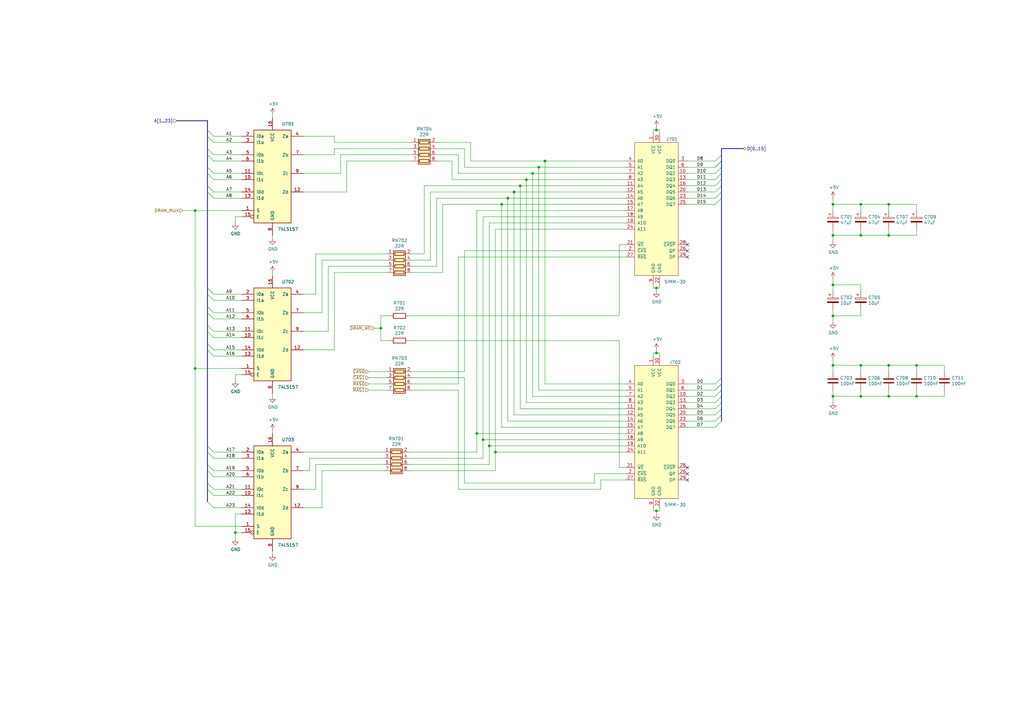
<source format=kicad_sch>
(kicad_sch (version 20231120) (generator "eeschema") (generator_version "8.0")
  (paper "A3")
  (title_block (title "Y Ddraig") (company "Stephen Moody"))
  (lib_symbols
    (symbol "74xx:74LS157" (pin_names (offset 1.016))
      (property "Reference" "U" (at -7.62 19.05 0))
      (property "Value" "74LS157" (at -7.62 -21.59 0))
      (symbol "74LS157_1_0"
        (pin input line (at -12.7 -15.24 0) (length 5.08) (name "S") (number "1"))
        (pin input line (at -12.7 -2.54 0) (length 5.08) (name "I1c") (number "10"))
        (pin input line (at -12.7 0 0) (length 5.08) (name "I0c") (number "11"))
        (pin output line (at 12.7 -7.62 180) (length 5.08) (name "Zd") (number "12"))
        (pin input line (at -12.7 -10.16 0) (length 5.08) (name "I1d") (number "13"))
        (pin input line (at -12.7 -7.62 0) (length 5.08) (name "I0d") (number "14"))
        (pin input inverted (at -12.7 -17.78 0) (length 5.08) (name "E") (number "15"))
        (pin power_in line (at 0 22.86 270) (length 5.08) (name "VCC") (number "16"))
        (pin input line (at -12.7 15.24 0) (length 5.08) (name "I0a") (number "2"))
        (pin input line (at -12.7 12.7 0) (length 5.08) (name "I1a") (number "3"))
        (pin output line (at 12.7 15.24 180) (length 5.08) (name "Za") (number "4"))
        (pin input line (at -12.7 7.62 0) (length 5.08) (name "I0b") (number "5"))
        (pin input line (at -12.7 5.08 0) (length 5.08) (name "I1b") (number "6"))
        (pin output line (at 12.7 7.62 180) (length 5.08) (name "Zb") (number "7"))
        (pin power_in line (at 0 -25.4 90) (length 5.08) (name "GND") (number "8"))
        (pin output line (at 12.7 0 180) (length 5.08) (name "Zc") (number "9"))
      )
      (symbol "74LS157_1_1"
        (rectangle (start -7.62 17.78) (end 7.62 -20.32) (stroke (width 0.254)) (fill (type background)))
      )
    )
    (symbol "Ddraig:RPack04_Alt" (pin_names (offset 0) hide)
      (property "Reference" "RN" (at -7.62 0 90))
      (property "Value" "RPack04_Alt" (at 5.08 0 90))
      (symbol "RPack04_Alt_0_1"
        (rectangle (start -6.35 -2.413) (end 3.81 2.413) (stroke (width 0.254)) (fill (type background)))
        (rectangle (start -5.715 1.905) (end -4.445 -1.905) (stroke (width 0.254)))
        (rectangle (start -3.175 1.905) (end -1.905 -1.905) (stroke (width 0.254)))
        (rectangle (start -0.635 1.905) (end 0.635 -1.905) (stroke (width 0.254)))
        (polyline (pts (xy -5.08 -2.54) (xy -5.08 -1.905)))
        (polyline (pts (xy -5.08 1.905) (xy -5.08 2.54)))
        (polyline (pts (xy -2.54 -2.54) (xy -2.54 -1.905)))
        (polyline (pts (xy -2.54 1.905) (xy -2.54 2.54)))
        (polyline (pts (xy 0 -2.54) (xy 0 -1.905)))
        (polyline (pts (xy 0 1.905) (xy 0 2.54)))
        (polyline (pts (xy 2.54 -2.54) (xy 2.54 -1.905)))
        (polyline (pts (xy 2.54 1.905) (xy 2.54 2.54)))
        (rectangle (start 1.905 1.905) (end 3.175 -1.905) (stroke (width 0.254)))
      )
      (symbol "RPack04_Alt_1_1"
        (pin passive line (at -5.08 -5.08 90) (length 2.54) (name "R1.1") (number "1"))
        (pin passive line (at -5.08 5.08 270) (length 2.54) (name "R1.2") (number "2"))
        (pin passive line (at -2.54 -5.08 90) (length 2.54) (name "R2.1") (number "3"))
        (pin passive line (at -2.54 5.08 270) (length 2.54) (name "R2.2") (number "4"))
        (pin passive line (at 0 -5.08 90) (length 2.54) (name "R3.1") (number "5"))
        (pin passive line (at 0 5.08 270) (length 2.54) (name "R3.2") (number "6"))
        (pin passive line (at 2.54 -5.08 90) (length 2.54) (name "R4.1") (number "7"))
        (pin passive line (at 2.54 5.08 270) (length 2.54) (name "R4.2") (number "8"))
      )
    )
    (symbol "Ddraig:SIMM-30" (pin_names (offset 1.016))
      (property "Reference" "J" (at -26.67 26.67 0))
      (property "Value" "SIMM-30" (at 12.7 -27.94 0))
      (symbol "SIMM-30_0_1"
        (rectangle (start -8.89 27.94) (end 8.89 -26.67) (fill (type background)))
      )
      (symbol "SIMM-30_1_1"
        (pin power_in line (at -1.27 31.75 270) (length 3.81) (name "VCC") (number "1"))
        (pin bidirectional line (at 12.7 15.24 180) (length 3.81) (name "DQ2") (number "10"))
        (pin input line (at -12.7 10.16 0) (length 3.81) (name "A4") (number "11"))
        (pin input line (at -12.7 7.62 0) (length 3.81) (name "A5") (number "12"))
        (pin bidirectional line (at 12.7 12.7 180) (length 3.81) (name "DQ3") (number "13"))
        (pin input line (at -12.7 5.08 0) (length 3.81) (name "A6") (number "14"))
        (pin input line (at -12.7 2.54 0) (length 3.81) (name "A7") (number "15"))
        (pin bidirectional line (at 12.7 10.16 180) (length 3.81) (name "DQ4") (number "16"))
        (pin input line (at -12.7 0 0) (length 3.81) (name "A8") (number "17"))
        (pin input line (at -12.7 -2.54 0) (length 3.81) (name "A9") (number "18"))
        (pin input line (at -12.7 -5.08 0) (length 3.81) (name "A10") (number "19"))
        (pin input line (at -12.7 -16.51 0) (length 3.81) (name "~{CAS}") (number "2"))
        (pin bidirectional line (at 12.7 7.62 180) (length 3.81) (name "DQ5") (number "20"))
        (pin input line (at -12.7 -13.97 0) (length 3.81) (name "~{WE}") (number "21"))
        (pin power_in line (at 1.27 -30.48 90) (length 3.81) (name "GND") (number "22"))
        (pin bidirectional line (at 12.7 5.08 180) (length 3.81) (name "DQ6") (number "23"))
        (pin input line (at -12.7 -7.62 0) (length 3.81) (name "A11") (number "24"))
        (pin bidirectional line (at 12.7 2.54 180) (length 3.81) (name "DQ7") (number "25"))
        (pin output line (at 12.7 -16.51 180) (length 3.81) (name "QP") (number "26"))
        (pin input line (at -12.7 -19.05 0) (length 3.81) (name "~{RAS}") (number "27"))
        (pin input line (at 12.7 -13.97 180) (length 3.81) (name "~{CASP}") (number "28"))
        (pin input line (at 12.7 -19.05 180) (length 3.81) (name "DP") (number "29"))
        (pin bidirectional line (at 12.7 20.32 180) (length 3.81) (name "DQ0") (number "3"))
        (pin power_in line (at 1.27 31.75 270) (length 3.81) (name "VCC") (number "30"))
        (pin input line (at -12.7 20.32 0) (length 3.81) (name "A0") (number "4"))
        (pin input line (at -12.7 17.78 0) (length 3.81) (name "A1") (number "5"))
        (pin bidirectional line (at 12.7 17.78 180) (length 3.81) (name "DQ1") (number "6"))
        (pin input line (at -12.7 15.24 0) (length 3.81) (name "A2") (number "7"))
        (pin input line (at -12.7 12.7 0) (length 3.81) (name "A3") (number "8"))
        (pin power_in line (at -1.27 -30.48 90) (length 3.81) (name "GND") (number "9"))
      )
    )
    (symbol "Device:C" (pin_numbers hide) (pin_names (offset 0.254))
      (property "Reference" "C" (at 0.635 2.54 0))
      (property "Value" "C" (at 0.635 -2.54 0))
      (symbol "C_0_1"
        (polyline (pts (xy -2.032 -0.762) (xy 2.032 -0.762)) (stroke (width 0.508)))
        (polyline (pts (xy -2.032 0.762) (xy 2.032 0.762)) (stroke (width 0.508)))
      )
      (symbol "C_1_1"
        (pin passive line (at 0 3.81 270) (length 2.794) (name "~") (number "1"))
        (pin passive line (at 0 -3.81 90) (length 2.794) (name "~") (number "2"))
      )
    )
    (symbol "Device:C_Polarized" (pin_numbers hide) (pin_names (offset 0.254))
      (property "Reference" "C" (at 0.635 2.54 0))
      (property "Value" "C_Polarized" (at 0.635 -2.54 0))
      (symbol "C_Polarized_0_1"
        (rectangle (start -2.286 0.508) (end 2.286 1.016))
        (polyline (pts (xy -1.778 2.286) (xy -0.762 2.286)))
        (polyline (pts (xy -1.27 2.794) (xy -1.27 1.778)))
        (rectangle (start 2.286 -0.508) (end -2.286 -1.016) (fill (type outline)))
      )
      (symbol "C_Polarized_1_1"
        (pin passive line (at 0 3.81 270) (length 2.794) (name "~") (number "1"))
        (pin passive line (at 0 -3.81 90) (length 2.794) (name "~") (number "2"))
      )
    )
    (symbol "Device:R" (pin_numbers hide) (pin_names (offset 0))
      (property "Reference" "R" (at 2.032 0 90))
      (property "Value" "R" (at 0 0 90))
      (symbol "R_0_1"
        (rectangle (start -1.016 -2.54) (end 1.016 2.54) (stroke (width 0.254)))
      )
      (symbol "R_1_1"
        (pin passive line (at 0 3.81 270) (length 1.27) (name "~") (number "1"))
        (pin passive line (at 0 -3.81 90) (length 1.27) (name "~") (number "2"))
      )
    )
    (symbol "power:+5V" (power) (pin_names (offset 0))
      (property "Value" "+5V" (at 0 3.556 0))
      (symbol "+5V_0_1"
        (polyline (pts (xy -0.762 1.27) (xy 0 2.54)))
        (polyline (pts (xy 0 0) (xy 0 2.54)))
        (polyline (pts (xy 0 2.54) (xy 0.762 1.27)))
      )
      (symbol "+5V_1_1"
        (pin power_in line (at 0 0 90) (length 0) hide (name "+5V") (number "1"))
      )
    )
    (symbol "power:GND" (power) (pin_names (offset 0))
      (property "Value" "GND" (at 0 -3.81 0))
      (symbol "GND_0_1"
        (polyline (pts (xy 0 0) (xy 0 -1.27) (xy 1.27 -1.27) (xy 0 -2.54) (xy -1.27 -1.27) (xy 0 -1.27)))
      )
      (symbol "GND_1_1"
        (pin power_in line (at 0 0 270) (length 0) hide (name "GND") (number "1"))
      )
    )
  )
  (junction (at 341.63 116.84))
  (junction (at 341.63 149.86))
  (junction (at 269.24 53.34))
  (junction (at 341.63 129.54))
  (junction (at 220.98 68.58))
  (junction (at 96.52 218.44))
  (junction (at 269.24 144.78))
  (junction (at 353.06 162.56))
  (junction (at 210.82 78.74))
  (junction (at 223.52 66.04))
  (junction (at 203.2 185.42))
  (junction (at 198.12 180.34))
  (junction (at 341.63 83.82))
  (junction (at 200.66 182.88))
  (junction (at 195.58 177.8))
  (junction (at 269.24 209.55))
  (junction (at 364.49 96.52))
  (junction (at 375.92 162.56))
  (junction (at 364.49 162.56))
  (junction (at 208.28 81.28))
  (junction (at 375.92 149.86))
  (junction (at 205.74 83.82))
  (junction (at 353.06 96.52))
  (junction (at 364.49 83.82))
  (junction (at 80.01 151.13))
  (junction (at 341.63 96.52))
  (junction (at 213.36 76.2))
  (junction (at 364.49 149.86))
  (junction (at 353.06 149.86))
  (junction (at 218.44 71.12))
  (junction (at 156.21 134.62))
  (junction (at 353.06 83.82))
  (junction (at 215.9 73.66))
  (junction (at 341.63 162.56))
  (junction (at 80.01 86.36))
  (junction (at 269.24 118.11))
  (no_connect (at 281.94 196.85))
  (no_connect (at 281.94 100.33))
  (no_connect (at 281.94 102.87))
  (no_connect (at 281.94 191.77))
  (no_connect (at 281.94 194.31))
  (no_connect (at 281.94 105.41))
  (bus_entry (at 85.09 200.66) (size 2.54 2.54))
  (bus_entry (at 295.91 160.02) (size -2.54 2.54))
  (bus_entry (at 85.09 118.11) (size 2.54 2.54))
  (bus_entry (at 85.09 78.74) (size 2.54 2.54))
  (bus_entry (at 295.91 162.56) (size -2.54 2.54))
  (bus_entry (at 295.91 78.74) (size -2.54 2.54))
  (bus_entry (at 295.91 157.48) (size -2.54 2.54))
  (bus_entry (at 85.09 68.58) (size 2.54 2.54))
  (bus_entry (at 85.09 135.89) (size 2.54 2.54))
  (bus_entry (at 295.91 73.66) (size -2.54 2.54))
  (bus_entry (at 295.91 154.94) (size -2.54 2.54))
  (bus_entry (at 295.91 76.2) (size -2.54 2.54))
  (bus_entry (at 295.91 71.12) (size -2.54 2.54))
  (bus_entry (at 295.91 170.18) (size -2.54 2.54))
  (bus_entry (at 85.09 53.34) (size 2.54 2.54))
  (bus_entry (at 85.09 63.5) (size 2.54 2.54))
  (bus_entry (at 295.91 63.5) (size -2.54 2.54))
  (bus_entry (at 85.09 182.88) (size 2.54 2.54))
  (bus_entry (at 85.09 71.12) (size 2.54 2.54))
  (bus_entry (at 85.09 143.51) (size 2.54 2.54))
  (bus_entry (at 85.09 205.74) (size 2.54 2.54))
  (bus_entry (at 85.09 128.27) (size 2.54 2.54))
  (bus_entry (at 85.09 60.96) (size 2.54 2.54))
  (bus_entry (at 85.09 140.97) (size 2.54 2.54))
  (bus_entry (at 295.91 68.58) (size -2.54 2.54))
  (bus_entry (at 85.09 133.35) (size 2.54 2.54))
  (bus_entry (at 85.09 55.88) (size 2.54 2.54))
  (bus_entry (at 85.09 125.73) (size 2.54 2.54))
  (bus_entry (at 85.09 190.5) (size 2.54 2.54))
  (bus_entry (at 295.91 172.72) (size -2.54 2.54))
  (bus_entry (at 295.91 167.64) (size -2.54 2.54))
  (bus_entry (at 295.91 66.04) (size -2.54 2.54))
  (bus_entry (at 85.09 198.12) (size 2.54 2.54))
  (bus_entry (at 85.09 193.04) (size 2.54 2.54))
  (bus_entry (at 85.09 76.2) (size 2.54 2.54))
  (bus_entry (at 85.09 120.65) (size 2.54 2.54))
  (bus_entry (at 295.91 157.48) (size -2.54 2.54))
  (bus_entry (at 295.91 81.28) (size -2.54 2.54))
  (bus_entry (at 295.91 165.1) (size -2.54 2.54))
  (bus_entry (at 85.09 185.42) (size 2.54 2.54))
  (bus_entry (at 295.91 66.04) (size -2.54 2.54))
  (wire (pts (xy 267.97 144.78) (xy 267.97 146.05)))
  (bus (pts (xy 85.09 193.04) (xy 85.09 198.12)))
  (wire (pts (xy 375.92 160.02) (xy 375.92 162.56)))
  (wire (pts (xy 256.54 194.31) (xy 243.84 194.31)))
  (wire (pts (xy 124.46 63.5) (xy 137.16 63.5)))
  (wire (pts (xy 267.97 118.11) (xy 269.24 118.11)))
  (wire (pts (xy 87.63 58.42) (xy 99.06 58.42)))
  (wire (pts (xy 134.62 135.89) (xy 124.46 135.89)))
  (wire (pts (xy 87.63 143.51) (xy 99.06 143.51)))
  (wire (pts (xy 168.91 157.48) (xy 187.96 157.48)))
  (wire (pts (xy 96.52 156.21) (xy 96.52 153.67)))
  (bus (pts (xy 85.09 76.2) (xy 85.09 78.74)))
  (wire (pts (xy 213.36 167.64) (xy 256.54 167.64)))
  (wire (pts (xy 87.63 193.04) (xy 99.06 193.04)))
  (wire (pts (xy 200.66 182.88) (xy 200.66 91.44)))
  (wire (pts (xy 129.54 120.65) (xy 124.46 120.65)))
  (wire (pts (xy 353.06 116.84) (xy 341.63 116.84)))
  (wire (pts (xy 341.63 83.82) (xy 341.63 86.36)))
  (wire (pts (xy 256.54 165.1) (xy 215.9 165.1)))
  (wire (pts (xy 99.06 146.05) (xy 87.63 146.05)))
  (wire (pts (xy 341.63 81.28) (xy 341.63 83.82)))
  (wire (pts (xy 256.54 162.56) (xy 218.44 162.56)))
  (bus (pts (xy 85.09 135.89) (xy 85.09 140.97)))
  (wire (pts (xy 193.04 58.42) (xy 193.04 66.04)))
  (wire (pts (xy 179.07 58.42) (xy 193.04 58.42)))
  (bus (pts (xy 85.09 49.53) (xy 85.09 53.34)))
  (bus (pts (xy 85.09 49.53) (xy 72.39 49.53)))
  (wire (pts (xy 353.06 96.52) (xy 341.63 96.52)))
  (wire (pts (xy 168.91 58.42) (xy 137.16 58.42)))
  (wire (pts (xy 151.13 160.02) (xy 158.75 160.02)))
  (wire (pts (xy 210.82 78.74) (xy 210.82 170.18)))
  (wire (pts (xy 80.01 215.9) (xy 99.06 215.9)))
  (wire (pts (xy 134.62 109.22) (xy 134.62 135.89)))
  (wire (pts (xy 341.63 132.08) (xy 341.63 129.54)))
  (wire (pts (xy 375.92 149.86) (xy 387.35 149.86)))
  (bus (pts (xy 85.09 128.27) (xy 85.09 133.35)))
  (wire (pts (xy 364.49 96.52) (xy 375.92 96.52)))
  (wire (pts (xy 353.06 83.82) (xy 341.63 83.82)))
  (bus (pts (xy 85.09 78.74) (xy 85.09 118.11)))
  (wire (pts (xy 158.75 154.94) (xy 151.13 154.94)))
  (wire (pts (xy 256.54 86.36) (xy 195.58 86.36)))
  (bus (pts (xy 295.91 63.5) (xy 295.91 66.04)))
  (wire (pts (xy 185.42 66.04) (xy 185.42 73.66)))
  (wire (pts (xy 218.44 162.56) (xy 218.44 71.12)))
  (wire (pts (xy 353.06 152.4) (xy 353.06 149.86)))
  (wire (pts (xy 124.46 71.12) (xy 139.7 71.12)))
  (wire (pts (xy 187.96 157.48) (xy 187.96 105.41)))
  (wire (pts (xy 195.58 177.8) (xy 195.58 185.42)))
  (wire (pts (xy 205.74 175.26) (xy 205.74 83.82)))
  (wire (pts (xy 187.96 200.66) (xy 246.38 200.66)))
  (wire (pts (xy 210.82 170.18) (xy 256.54 170.18)))
  (wire (pts (xy 132.08 193.04) (xy 132.08 208.28)))
  (wire (pts (xy 270.51 146.05) (xy 270.51 144.78)))
  (wire (pts (xy 341.63 149.86) (xy 341.63 152.4)))
  (wire (pts (xy 87.63 71.12) (xy 99.06 71.12)))
  (bus (pts (xy 85.09 118.11) (xy 85.09 120.65)))
  (wire (pts (xy 364.49 162.56) (xy 353.06 162.56)))
  (wire (pts (xy 281.94 165.1) (xy 293.37 165.1)))
  (bus (pts (xy 295.91 73.66) (xy 295.91 76.2)))
  (wire (pts (xy 167.64 190.5) (xy 200.66 190.5)))
  (bus (pts (xy 85.09 198.12) (xy 85.09 200.66)))
  (wire (pts (xy 168.91 154.94) (xy 190.5 154.94)))
  (wire (pts (xy 96.52 218.44) (xy 99.06 218.44)))
  (wire (pts (xy 341.63 165.1) (xy 341.63 162.56)))
  (bus (pts (xy 85.09 140.97) (xy 85.09 143.51)))
  (wire (pts (xy 151.13 152.4) (xy 158.75 152.4)))
  (wire (pts (xy 269.24 144.78) (xy 267.97 144.78)))
  (wire (pts (xy 187.96 63.5) (xy 187.96 71.12)))
  (wire (pts (xy 190.5 152.4) (xy 190.5 102.87)))
  (wire (pts (xy 137.16 58.42) (xy 137.16 55.88)))
  (wire (pts (xy 168.91 160.02) (xy 187.96 160.02)))
  (wire (pts (xy 87.63 208.28) (xy 99.06 208.28)))
  (wire (pts (xy 270.51 118.11) (xy 270.51 116.84)))
  (wire (pts (xy 267.97 208.28) (xy 267.97 209.55)))
  (wire (pts (xy 87.63 128.27) (xy 99.06 128.27)))
  (wire (pts (xy 99.06 195.58) (xy 87.63 195.58)))
  (wire (pts (xy 87.63 55.88) (xy 99.06 55.88)))
  (wire (pts (xy 269.24 118.11) (xy 270.51 118.11)))
  (wire (pts (xy 256.54 177.8) (xy 195.58 177.8)))
  (wire (pts (xy 176.53 78.74) (xy 210.82 78.74)))
  (wire (pts (xy 168.91 106.68) (xy 176.53 106.68)))
  (wire (pts (xy 213.36 76.2) (xy 173.99 76.2)))
  (wire (pts (xy 353.06 86.36) (xy 353.06 83.82)))
  (bus (pts (xy 295.91 157.48) (xy 295.91 160.02)))
  (wire (pts (xy 99.06 138.43) (xy 87.63 138.43)))
  (wire (pts (xy 341.63 99.06) (xy 341.63 96.52)))
  (wire (pts (xy 96.52 210.82) (xy 99.06 210.82)))
  (wire (pts (xy 80.01 86.36) (xy 74.93 86.36)))
  (wire (pts (xy 267.97 209.55) (xy 269.24 209.55)))
  (wire (pts (xy 168.91 60.96) (xy 137.16 60.96)))
  (wire (pts (xy 223.52 66.04) (xy 256.54 66.04)))
  (wire (pts (xy 341.63 96.52) (xy 341.63 93.98)))
  (bus (pts (xy 295.91 154.94) (xy 295.91 157.48)))
  (wire (pts (xy 353.06 129.54) (xy 341.63 129.54)))
  (wire (pts (xy 193.04 66.04) (xy 223.52 66.04)))
  (bus (pts (xy 295.91 165.1) (xy 295.91 167.64)))
  (wire (pts (xy 215.9 165.1) (xy 215.9 73.66)))
  (wire (pts (xy 353.06 149.86) (xy 341.63 149.86)))
  (wire (pts (xy 156.21 134.62) (xy 156.21 139.7)))
  (wire (pts (xy 254 191.77) (xy 256.54 191.77)))
  (wire (pts (xy 208.28 172.72) (xy 208.28 81.28)))
  (wire (pts (xy 99.06 88.9) (xy 96.52 88.9)))
  (wire (pts (xy 127 193.04) (xy 124.46 193.04)))
  (bus (pts (xy 85.09 182.88) (xy 85.09 185.42)))
  (wire (pts (xy 132.08 208.28) (xy 124.46 208.28)))
  (wire (pts (xy 124.46 185.42) (xy 157.48 185.42)))
  (wire (pts (xy 353.06 93.98) (xy 353.06 96.52)))
  (wire (pts (xy 210.82 78.74) (xy 256.54 78.74)))
  (bus (pts (xy 295.91 78.74) (xy 295.91 81.28)))
  (wire (pts (xy 341.63 116.84) (xy 341.63 119.38)))
  (wire (pts (xy 99.06 130.81) (xy 87.63 130.81)))
  (bus (pts (xy 295.91 167.64) (xy 295.91 170.18)))
  (wire (pts (xy 190.5 102.87) (xy 256.54 102.87)))
  (wire (pts (xy 87.63 120.65) (xy 99.06 120.65)))
  (wire (pts (xy 80.01 151.13) (xy 80.01 215.9)))
  (wire (pts (xy 173.99 76.2) (xy 173.99 104.14)))
  (wire (pts (xy 364.49 83.82) (xy 364.49 86.36)))
  (wire (pts (xy 181.61 111.76) (xy 181.61 83.82)))
  (wire (pts (xy 213.36 167.64) (xy 213.36 76.2)))
  (bus (pts (xy 85.09 71.12) (xy 85.09 76.2)))
  (bus (pts (xy 85.09 55.88) (xy 85.09 60.96)))
  (wire (pts (xy 156.21 129.54) (xy 156.21 134.62)))
  (wire (pts (xy 179.07 66.04) (xy 185.42 66.04)))
  (wire (pts (xy 127 187.96) (xy 127 193.04)))
  (wire (pts (xy 218.44 71.12) (xy 187.96 71.12)))
  (wire (pts (xy 99.06 187.96) (xy 87.63 187.96)))
  (bus (pts (xy 295.91 76.2) (xy 295.91 78.74)))
  (bus (pts (xy 85.09 53.34) (xy 85.09 55.88)))
  (wire (pts (xy 341.63 114.3) (xy 341.63 116.84)))
  (wire (pts (xy 293.37 162.56) (xy 281.94 162.56)))
  (wire (pts (xy 281.94 175.26) (xy 293.37 175.26)))
  (wire (pts (xy 137.16 143.51) (xy 124.46 143.51)))
  (bus (pts (xy 295.91 68.58) (xy 295.91 71.12)))
  (wire (pts (xy 99.06 81.28) (xy 87.63 81.28)))
  (bus (pts (xy 295.91 81.28) (xy 295.91 154.94)))
  (wire (pts (xy 269.24 143.51) (xy 269.24 144.78)))
  (wire (pts (xy 375.92 83.82) (xy 375.92 86.36)))
  (wire (pts (xy 293.37 172.72) (xy 281.94 172.72)))
  (wire (pts (xy 256.54 196.85) (xy 246.38 196.85)))
  (wire (pts (xy 293.37 83.82) (xy 281.94 83.82)))
  (wire (pts (xy 269.24 53.34) (xy 270.51 53.34)))
  (wire (pts (xy 190.5 60.96) (xy 190.5 68.58)))
  (wire (pts (xy 195.58 185.42) (xy 167.64 185.42)))
  (wire (pts (xy 205.74 83.82) (xy 256.54 83.82)))
  (wire (pts (xy 87.63 200.66) (xy 99.06 200.66)))
  (wire (pts (xy 185.42 73.66) (xy 215.9 73.66)))
  (wire (pts (xy 157.48 193.04) (xy 132.08 193.04)))
  (wire (pts (xy 179.07 60.96) (xy 190.5 60.96)))
  (wire (pts (xy 139.7 63.5) (xy 139.7 71.12)))
  (wire (pts (xy 256.54 185.42) (xy 203.2 185.42)))
  (wire (pts (xy 208.28 81.28) (xy 179.07 81.28)))
  (wire (pts (xy 195.58 86.36) (xy 195.58 177.8)))
  (wire (pts (xy 156.21 134.62) (xy 153.67 134.62)))
  (wire (pts (xy 293.37 73.66) (xy 281.94 73.66)))
  (wire (pts (xy 99.06 73.66) (xy 87.63 73.66)))
  (wire (pts (xy 137.16 55.88) (xy 124.46 55.88)))
  (bus (pts (xy 295.91 162.56) (xy 295.91 165.1)))
  (wire (pts (xy 270.51 53.34) (xy 270.51 54.61)))
  (wire (pts (xy 270.51 209.55) (xy 270.51 208.28)))
  (wire (pts (xy 341.63 129.54) (xy 341.63 127)))
  (wire (pts (xy 87.63 185.42) (xy 99.06 185.42)))
  (wire (pts (xy 176.53 106.68) (xy 176.53 78.74)))
  (bus (pts (xy 85.09 63.5) (xy 85.09 68.58)))
  (wire (pts (xy 198.12 88.9) (xy 256.54 88.9)))
  (wire (pts (xy 353.06 162.56) (xy 341.63 162.56)))
  (wire (pts (xy 96.52 88.9) (xy 96.52 91.44)))
  (wire (pts (xy 111.76 161.29) (xy 111.76 162.56)))
  (bus (pts (xy 85.09 133.35) (xy 85.09 135.89)))
  (wire (pts (xy 220.98 68.58) (xy 220.98 160.02)))
  (wire (pts (xy 364.49 149.86) (xy 375.92 149.86)))
  (wire (pts (xy 281.94 76.2) (xy 293.37 76.2)))
  (wire (pts (xy 387.35 160.02) (xy 387.35 162.56)))
  (wire (pts (xy 187.96 105.41) (xy 256.54 105.41)))
  (wire (pts (xy 281.94 71.12) (xy 293.37 71.12)))
  (bus (pts (xy 295.91 71.12) (xy 295.91 73.66)))
  (wire (pts (xy 96.52 153.67) (xy 99.06 153.67)))
  (wire (pts (xy 220.98 160.02) (xy 256.54 160.02)))
  (wire (pts (xy 157.48 190.5) (xy 129.54 190.5)))
  (wire (pts (xy 203.2 93.98) (xy 203.2 185.42)))
  (wire (pts (xy 190.5 198.12) (xy 243.84 198.12)))
  (wire (pts (xy 256.54 157.48) (xy 223.52 157.48)))
  (bus (pts (xy 85.09 190.5) (xy 85.09 193.04)))
  (wire (pts (xy 293.37 78.74) (xy 281.94 78.74)))
  (wire (pts (xy 353.06 149.86) (xy 364.49 149.86)))
  (wire (pts (xy 132.08 106.68) (xy 132.08 128.27)))
  (wire (pts (xy 132.08 128.27) (xy 124.46 128.27)))
  (wire (pts (xy 80.01 151.13) (xy 99.06 151.13)))
  (wire (pts (xy 256.54 180.34) (xy 198.12 180.34)))
  (wire (pts (xy 203.2 193.04) (xy 167.64 193.04)))
  (wire (pts (xy 270.51 144.78) (xy 269.24 144.78)))
  (wire (pts (xy 111.76 96.52) (xy 111.76 97.79)))
  (wire (pts (xy 269.24 52.07) (xy 269.24 53.34)))
  (wire (pts (xy 387.35 149.86) (xy 387.35 152.4)))
  (wire (pts (xy 293.37 167.64) (xy 281.94 167.64)))
  (wire (pts (xy 267.97 54.61) (xy 267.97 53.34)))
  (wire (pts (xy 158.75 104.14) (xy 129.54 104.14)))
  (wire (pts (xy 96.52 218.44) (xy 96.52 210.82)))
  (wire (pts (xy 218.44 71.12) (xy 256.54 71.12)))
  (wire (pts (xy 111.76 226.06) (xy 111.76 227.33)))
  (wire (pts (xy 158.75 106.68) (xy 132.08 106.68)))
  (wire (pts (xy 168.91 63.5) (xy 139.7 63.5)))
  (wire (pts (xy 129.54 200.66) (xy 124.46 200.66)))
  (wire (pts (xy 256.54 182.88) (xy 200.66 182.88)))
  (wire (pts (xy 200.66 91.44) (xy 256.54 91.44)))
  (wire (pts (xy 254 100.33) (xy 256.54 100.33)))
  (wire (pts (xy 269.24 118.11) (xy 269.24 119.38)))
  (wire (pts (xy 254 129.54) (xy 254 100.33)))
  (wire (pts (xy 220.98 68.58) (xy 256.54 68.58)))
  (wire (pts (xy 198.12 180.34) (xy 198.12 88.9)))
  (wire (pts (xy 179.07 63.5) (xy 187.96 63.5)))
  (wire (pts (xy 256.54 175.26) (xy 205.74 175.26)))
  (wire (pts (xy 111.76 111.76) (xy 111.76 113.03)))
  (wire (pts (xy 167.64 129.54) (xy 254 129.54)))
  (wire (pts (xy 203.2 185.42) (xy 203.2 193.04)))
  (wire (pts (xy 179.07 81.28) (xy 179.07 109.22)))
  (wire (pts (xy 353.06 96.52) (xy 364.49 96.52)))
  (wire (pts (xy 341.63 162.56) (xy 341.63 160.02)))
  (wire (pts (xy 281.94 170.18) (xy 293.37 170.18)))
  (wire (pts (xy 167.64 139.7) (xy 254 139.7)))
  (wire (pts (xy 364.49 83.82) (xy 375.92 83.82)))
  (wire (pts (xy 375.92 96.52) (xy 375.92 93.98)))
  (wire (pts (xy 160.02 139.7) (xy 156.21 139.7)))
  (wire (pts (xy 200.66 190.5) (xy 200.66 182.88)))
  (wire (pts (xy 111.76 46.99) (xy 111.76 48.26)))
  (wire (pts (xy 243.84 194.31) (xy 243.84 198.12)))
  (bus (pts (xy 295.91 170.18) (xy 295.91 172.72)))
  (wire (pts (xy 293.37 157.48) (xy 281.94 157.48)))
  (wire (pts (xy 213.36 76.2) (xy 256.54 76.2)))
  (bus (pts (xy 85.09 200.66) (xy 85.09 205.74)))
  (wire (pts (xy 129.54 104.14) (xy 129.54 120.65)))
  (wire (pts (xy 190.5 68.58) (xy 220.98 68.58)))
  (wire (pts (xy 353.06 119.38) (xy 353.06 116.84)))
  (wire (pts (xy 99.06 203.2) (xy 87.63 203.2)))
  (wire (pts (xy 353.06 83.82) (xy 364.49 83.82)))
  (wire (pts (xy 208.28 81.28) (xy 256.54 81.28)))
  (wire (pts (xy 223.52 157.48) (xy 223.52 66.04)))
  (bus (pts (xy 295.91 160.02) (xy 295.91 162.56)))
  (wire (pts (xy 167.64 187.96) (xy 198.12 187.96)))
  (wire (pts (xy 96.52 220.98) (xy 96.52 218.44)))
  (wire (pts (xy 111.76 176.53) (xy 111.76 177.8)))
  (wire (pts (xy 80.01 86.36) (xy 80.01 151.13)))
  (wire (pts (xy 160.02 129.54) (xy 156.21 129.54)))
  (wire (pts (xy 387.35 162.56) (xy 375.92 162.56)))
  (wire (pts (xy 256.54 93.98) (xy 203.2 93.98)))
  (wire (pts (xy 87.63 63.5) (xy 99.06 63.5)))
  (wire (pts (xy 215.9 73.66) (xy 256.54 73.66)))
  (wire (pts (xy 364.49 149.86) (xy 364.49 152.4)))
  (wire (pts (xy 198.12 187.96) (xy 198.12 180.34)))
  (wire (pts (xy 187.96 160.02) (xy 187.96 200.66)))
  (wire (pts (xy 137.16 111.76) (xy 137.16 143.51)))
  (wire (pts (xy 99.06 86.36) (xy 80.01 86.36)))
  (wire (pts (xy 269.24 209.55) (xy 270.51 209.55)))
  (wire (pts (xy 269.24 209.55) (xy 269.24 210.82)))
  (bus (pts (xy 85.09 185.42) (xy 85.09 190.5)))
  (bus (pts (xy 295.91 60.96) (xy 295.91 63.5)))
  (wire (pts (xy 267.97 53.34) (xy 269.24 53.34)))
  (wire (pts (xy 168.91 66.04) (xy 142.24 66.04)))
  (bus (pts (xy 295.91 60.96) (xy 304.8 60.96)))
  (wire (pts (xy 129.54 190.5) (xy 129.54 200.66)))
  (wire (pts (xy 158.75 157.48) (xy 151.13 157.48)))
  (wire (pts (xy 87.63 78.74) (xy 99.06 78.74)))
  (wire (pts (xy 181.61 83.82) (xy 205.74 83.82)))
  (wire (pts (xy 364.49 160.02) (xy 364.49 162.56)))
  (wire (pts (xy 99.06 66.04) (xy 87.63 66.04)))
  (bus (pts (xy 85.09 143.51) (xy 85.09 182.88)))
  (bus (pts (xy 85.09 120.65) (xy 85.09 125.73)))
  (wire (pts (xy 124.46 78.74) (xy 142.24 78.74)))
  (wire (pts (xy 267.97 116.84) (xy 267.97 118.11)))
  (wire (pts (xy 87.63 135.89) (xy 99.06 135.89)))
  (wire (pts (xy 158.75 111.76) (xy 137.16 111.76)))
  (wire (pts (xy 281.94 81.28) (xy 293.37 81.28)))
  (wire (pts (xy 127 187.96) (xy 157.48 187.96)))
  (wire (pts (xy 254 139.7) (xy 254 191.77)))
  (wire (pts (xy 158.75 109.22) (xy 134.62 109.22)))
  (wire (pts (xy 364.49 96.52) (xy 364.49 93.98)))
  (wire (pts (xy 281.94 66.04) (xy 293.37 66.04)))
  (bus (pts (xy 85.09 68.58) (xy 85.09 71.12)))
  (wire (pts (xy 168.91 152.4) (xy 190.5 152.4)))
  (bus (pts (xy 85.09 60.96) (xy 85.09 63.5)))
  (wire (pts (xy 293.37 68.58) (xy 281.94 68.58)))
  (wire (pts (xy 246.38 200.66) (xy 246.38 196.85)))
  (wire (pts (xy 281.94 160.02) (xy 293.37 160.02)))
  (wire (pts (xy 190.5 154.94) (xy 190.5 198.12)))
  (wire (pts (xy 99.06 123.19) (xy 87.63 123.19)))
  (wire (pts (xy 173.99 104.14) (xy 168.91 104.14)))
  (wire (pts (xy 137.16 60.96) (xy 137.16 63.5)))
  (wire (pts (xy 179.07 109.22) (xy 168.91 109.22)))
  (wire (pts (xy 168.91 111.76) (xy 181.61 111.76)))
  (wire (pts (xy 375.92 162.56) (xy 364.49 162.56)))
  (wire (pts (xy 341.63 147.32) (xy 341.63 149.86)))
  (bus (pts (xy 85.09 125.73) (xy 85.09 128.27)))
  (wire (pts (xy 375.92 149.86) (xy 375.92 152.4)))
  (bus (pts (xy 295.91 66.04) (xy 295.91 68.58)))
  (wire (pts (xy 353.06 160.02) (xy 353.06 162.56)))
  (wire (pts (xy 142.24 66.04) (xy 142.24 78.74)))
  (wire (pts (xy 353.06 127) (xy 353.06 129.54)))
  (wire (pts (xy 256.54 172.72) (xy 208.28 172.72)))
  (label "A7" (at 92.71 78.74 0))
  (label "D10" (at 285.75 71.12 0))
  (label "A15" (at 92.71 143.51 0))
  (label "A1" (at 92.71 55.88 0))
  (label "D5" (at 285.75 170.18 0))
  (label "A4" (at 92.71 66.04 0))
  (label "A11" (at 92.71 128.27 0))
  (label "D8" (at 285.75 66.04 0))
  (label "D15" (at 285.75 83.82 0))
  (label "A21" (at 92.71 200.66 0))
  (label "A3" (at 92.71 63.5 0))
  (label "A2" (at 92.71 58.42 0))
  (label "D4" (at 285.75 167.64 0))
  (label "A16" (at 92.71 146.05 0))
  (label "A17" (at 92.71 185.42 0))
  (label "D13" (at 285.75 78.74 0))
  (label "D12" (at 285.75 76.2 0))
  (label "D0" (at 285.75 157.48 0))
  (label "A5" (at 92.71 71.12 0))
  (label "D1" (at 285.75 160.02 0))
  (label "A12" (at 92.71 130.81 0))
  (label "A10" (at 92.71 123.19 0))
  (label "D9" (at 285.75 68.58 0))
  (label "A22" (at 92.71 203.2 0))
  (label "A9" (at 92.71 120.65 0))
  (label "A23" (at 92.71 208.28 0))
  (label "A14" (at 92.71 138.43 0))
  (label "A13" (at 92.71 135.89 0))
  (label "D11" (at 285.75 73.66 0))
  (label "A19" (at 92.71 193.04 0))
  (label "D3" (at 285.75 165.1 0))
  (label "A18" (at 92.71 187.96 0))
  (label "D2" (at 285.75 162.56 0))
  (label "D14" (at 285.75 81.28 0))
  (label "A6" (at 92.71 73.66 0))
  (label "A20" (at 92.71 195.58 0))
  (label "A8" (at 92.71 81.28 0))
  (label "D7" (at 285.75 175.26 0))
  (label "D6" (at 285.75 172.72 0))
  (hierarchical_label "D[0..15]" (shape bidirectional) (at 304.8 60.96 0))
  (hierarchical_label "~{DRAM_WE}" (shape input) (at 153.67 134.62 180))
  (hierarchical_label "A[1..23]" (shape input) (at 72.39 49.53 180))
  (hierarchical_label "~{RAS0}" (shape input) (at 151.13 157.48 180))
  (hierarchical_label "~{RAS1}" (shape input) (at 151.13 160.02 180))
  (hierarchical_label "DRAM_MUX" (shape input) (at 74.93 86.36 180))
  (hierarchical_label "~{CAS0}" (shape input) (at 151.13 152.4 180))
  (hierarchical_label "~{CAS1}" (shape input) (at 151.13 154.94 180))
  (symbol (lib_id "Ddraig:SIMM-30") (at 269.24 86.36 0) (unit 1)
    (property "Reference" "J701" (at 275.59 57.15 0))
    (property "Value" "SIMM-30" (at 276.86 115.57 0))
    (property "Footprint" "Ddraig:SIMM-30" (effects (hide yes)))
  )
  (symbol (lib_id "Ddraig:SIMM-30") (at 269.24 177.8 0) (unit 1)
    (property "Reference" "J702" (at 276.86 148.59 0))
    (property "Value" "SIMM-30" (at 276.86 207.01 0))
    (property "Footprint" "Ddraig:SIMM-30" (effects (hide yes)))
  )
  (symbol (lib_id "power:+5V") (at 269.24 52.07 0) (unit 1)
    (property "Reference" "#PWR0710" (effects (hide yes)))
    (property "Value" "+5V" (at 269.621 47.6758 0))
  )
  (symbol (lib_id "power:+5V") (at 269.24 143.51 0) (unit 1)
    (property "Reference" "#PWR0712" (effects (hide yes)))
    (property "Value" "+5V" (at 269.621 139.1158 0))
  )
  (symbol (lib_id "power:GND") (at 269.24 119.38 0) (unit 1)
    (property "Reference" "#PWR0711" (effects (hide yes)))
    (property "Value" "GND" (at 269.367 123.7742 0))
  )
  (symbol (lib_id "power:GND") (at 269.24 210.82 0) (unit 1)
    (property "Reference" "#PWR0713" (effects (hide yes)))
    (property "Value" "GND" (at 269.367 215.2142 0))
  )
  (symbol (lib_id "74xx:74LS157") (at 111.76 71.12 0) (unit 1)
    (property "Reference" "U701" (at 118.11 50.8 0))
    (property "Value" "74LS157" (at 118.11 93.98 0))
    (property "Footprint" "Package_DIP:DIP-16_W7.62mm_Socket" (effects (hide yes)))
    (property "Datasheet" "http://www.ti.com/lit/gpn/sn74LS157" (effects (hide yes)))
  )
  (symbol (lib_id "power:+5V") (at 111.76 46.99 0) (unit 1)
    (property "Reference" "#PWR0704" (effects (hide yes)))
    (property "Value" "+5V" (at 112.141 42.5958 0))
  )
  (symbol (lib_id "power:GND") (at 111.76 97.79 0) (unit 1)
    (property "Reference" "#PWR0705" (effects (hide yes)))
    (property "Value" "GND" (at 111.887 102.1842 0))
  )
  (symbol (lib_id "74xx:74LS157") (at 111.76 135.89 0) (unit 1)
    (property "Reference" "U702" (at 118.11 115.57 0))
    (property "Value" "74LS157" (at 118.11 158.75 0))
    (property "Footprint" "Package_DIP:DIP-16_W7.62mm_Socket" (effects (hide yes)))
    (property "Datasheet" "http://www.ti.com/lit/gpn/sn74LS157" (effects (hide yes)))
  )
  (symbol (lib_id "power:+5V") (at 111.76 111.76 0) (unit 1)
    (property "Reference" "#PWR0706" (effects (hide yes)))
    (property "Value" "+5V" (at 112.141 107.3658 0))
  )
  (symbol (lib_id "power:GND") (at 111.76 162.56 0) (unit 1)
    (property "Reference" "#PWR0707" (effects (hide yes)))
    (property "Value" "GND" (at 111.887 166.9542 0))
  )
  (symbol (lib_id "74xx:74LS157") (at 111.76 200.66 0) (unit 1)
    (property "Reference" "U703" (at 118.11 180.34 0))
    (property "Value" "74LS157" (at 118.11 223.52 0))
    (property "Footprint" "Package_DIP:DIP-16_W7.62mm_Socket" (effects (hide yes)))
    (property "Datasheet" "http://www.ti.com/lit/gpn/sn74LS157" (effects (hide yes)))
  )
  (symbol (lib_id "power:+5V") (at 111.76 176.53 0) (unit 1)
    (property "Reference" "#PWR0708" (effects (hide yes)))
    (property "Value" "+5V" (at 112.141 172.1358 0))
  )
  (symbol (lib_id "power:GND") (at 111.76 227.33 0) (unit 1)
    (property "Reference" "#PWR0709" (effects (hide yes)))
    (property "Value" "GND" (at 111.887 231.7242 0))
  )
  (symbol (lib_id "power:GND") (at 96.52 220.98 0) (unit 1)
    (property "Reference" "#PWR0703" (effects (hide yes)))
    (property "Value" "GND" (at 96.647 225.3742 0))
  )
  (symbol (lib_id "power:GND") (at 96.52 156.21 0) (unit 1)
    (property "Reference" "#PWR0702" (effects (hide yes)))
    (property "Value" "GND" (at 96.647 160.6042 0))
  )
  (symbol (lib_id "power:GND") (at 96.52 91.44 0) (unit 1)
    (property "Reference" "#PWR0701" (effects (hide yes)))
    (property "Value" "GND" (at 96.647 95.8342 0))
  )
  (symbol (lib_id "Device:R") (at 163.83 129.54 270) (unit 1)
    (property "Reference" "R701" (at 163.83 124.2822 90))
    (property "Value" "22R" (at 163.83 126.5936 90))
    (property "Footprint" "Resistor_THT:R_Axial_DIN0207_L6.3mm_D2.5mm_P10.16mm_Horizontal" (effects (hide yes)))
  )
  (symbol (lib_id "Device:R") (at 163.83 139.7 270) (unit 1)
    (property "Reference" "R702" (at 163.83 134.4422 90))
    (property "Value" "22R" (at 163.83 136.7536 90))
    (property "Footprint" "Resistor_THT:R_Axial_DIN0207_L6.3mm_D2.5mm_P10.16mm_Horizontal" (effects (hide yes)))
  )
  (symbol (lib_id "Device:C_Polarized") (at 341.63 90.17 0) (unit 1)
    (property "Reference" "C701" (at 344.6272 89.0016 0) (effects (justify left)))
    (property "Value" "47uF" (at 344.6272 91.313 0) (effects (justify left)))
    (property "Footprint" "Capacitor_THT:CP_Radial_D5.0mm_P2.50mm" (effects (hide yes)))
  )
  (symbol (lib_id "Device:C_Polarized") (at 353.06 90.17 0) (unit 1)
    (property "Reference" "C704" (at 356.0572 89.0016 0) (effects (justify left)))
    (property "Value" "47uF" (at 356.0572 91.313 0) (effects (justify left)))
    (property "Footprint" "Capacitor_THT:CP_Radial_D5.0mm_P2.50mm" (effects (hide yes)))
  )
  (symbol (lib_id "Device:C_Polarized") (at 364.49 90.17 0) (unit 1)
    (property "Reference" "C707" (at 367.4872 89.0016 0) (effects (justify left)))
    (property "Value" "47uF" (at 367.4872 91.313 0) (effects (justify left)))
    (property "Footprint" "Capacitor_THT:CP_Radial_D5.0mm_P2.50mm" (effects (hide yes)))
  )
  (symbol (lib_id "Device:C_Polarized") (at 375.92 90.17 0) (unit 1)
    (property "Reference" "C709" (at 378.9172 89.0016 0) (effects (justify left)))
    (property "Value" "47uF" (at 378.9172 91.313 0) (effects (justify left)))
    (property "Footprint" "Capacitor_THT:CP_Radial_D5.0mm_P2.50mm" (effects (hide yes)))
  )
  (symbol (lib_id "power:+5V") (at 341.63 81.28 0) (unit 1)
    (property "Reference" "#PWR0714" (effects (hide yes)))
    (property "Value" "+5V" (at 342.011 76.8858 0))
  )
  (symbol (lib_id "power:GND") (at 341.63 99.06 0) (unit 1)
    (property "Reference" "#PWR0715" (effects (hide yes)))
    (property "Value" "GND" (at 341.757 103.4542 0))
  )
  (symbol (lib_id "Device:C_Polarized") (at 341.63 123.19 0) (unit 1)
    (property "Reference" "C702" (at 344.6272 122.0216 0) (effects (justify left)))
    (property "Value" "10uF" (at 344.6272 124.333 0) (effects (justify left)))
    (property "Footprint" "Capacitor_THT:CP_Radial_D5.0mm_P2.50mm" (effects (hide yes)))
  )
  (symbol (lib_id "Device:C_Polarized") (at 353.06 123.19 0) (unit 1)
    (property "Reference" "C705" (at 356.0572 122.0216 0) (effects (justify left)))
    (property "Value" "10uF" (at 356.0572 124.333 0) (effects (justify left)))
    (property "Footprint" "Capacitor_THT:CP_Radial_D5.0mm_P2.50mm" (effects (hide yes)))
  )
  (symbol (lib_id "power:+5V") (at 341.63 114.3 0) (unit 1)
    (property "Reference" "#PWR0716" (effects (hide yes)))
    (property "Value" "+5V" (at 342.011 109.9058 0))
  )
  (symbol (lib_id "power:GND") (at 341.63 132.08 0) (unit 1)
    (property "Reference" "#PWR0717" (effects (hide yes)))
    (property "Value" "GND" (at 341.757 136.4742 0))
  )
  (symbol (lib_id "power:+5V") (at 341.63 147.32 0) (unit 1)
    (property "Reference" "#PWR0718" (effects (hide yes)))
    (property "Value" "+5V" (at 342.011 142.9258 0))
  )
  (symbol (lib_id "power:GND") (at 341.63 165.1 0) (unit 1)
    (property "Reference" "#PWR0719" (effects (hide yes)))
    (property "Value" "GND" (at 341.757 169.4942 0))
  )
  (symbol (lib_id "Device:C") (at 341.63 156.21 0) (unit 1)
    (property "Reference" "C703" (at 344.551 155.0416 0) (effects (justify left)))
    (property "Value" "100nF" (at 344.551 157.353 0) (effects (justify left)))
    (property "Footprint" "Capacitor_THT:C_Disc_D3.8mm_W2.6mm_P2.50mm" (effects (hide yes)))
  )
  (symbol (lib_id "Device:C") (at 353.06 156.21 0) (unit 1)
    (property "Reference" "C706" (at 355.981 155.0416 0) (effects (justify left)))
    (property "Value" "100nF" (at 355.981 157.353 0) (effects (justify left)))
    (property "Footprint" "Capacitor_THT:C_Disc_D3.8mm_W2.6mm_P2.50mm" (effects (hide yes)))
  )
  (symbol (lib_id "Device:C") (at 364.49 156.21 0) (unit 1)
    (property "Reference" "C708" (at 367.411 155.0416 0) (effects (justify left)))
    (property "Value" "100nF" (at 367.411 157.353 0) (effects (justify left)))
    (property "Footprint" "Capacitor_THT:C_Disc_D3.8mm_W2.6mm_P2.50mm" (effects (hide yes)))
  )
  (symbol (lib_id "Device:C") (at 375.92 156.21 0) (unit 1)
    (property "Reference" "C710" (at 378.841 155.0416 0) (effects (justify left)))
    (property "Value" "100nF" (at 378.841 157.353 0) (effects (justify left)))
    (property "Footprint" "Capacitor_THT:C_Disc_D3.8mm_W2.6mm_P2.50mm" (effects (hide yes)))
  )
  (symbol (lib_id "Device:C") (at 387.35 156.21 0) (unit 1)
    (property "Reference" "C711" (at 390.271 155.0416 0) (effects (justify left)))
    (property "Value" "100nF" (at 390.271 157.353 0) (effects (justify left)))
    (property "Footprint" "Capacitor_THT:C_Disc_D3.8mm_W2.6mm_P2.50mm" (effects (hide yes)))
  )
  (symbol (lib_id "Ddraig:RPack04_Alt") (at 163.83 157.48 270) (unit 1)
    (property "Reference" "RN703" (at 163.83 146.8882 90))
    (property "Value" "22R" (at 163.83 149.1996 90))
    (property "Footprint" "Resistor_THT:R_Array_SIP8" (effects (hide yes)))
  )
  (symbol (lib_id "Ddraig:RPack04_Alt") (at 173.99 63.5 270) (unit 1)
    (property "Reference" "RN704" (at 173.99 52.9082 90))
    (property "Value" "22R" (at 173.99 55.2196 90))
    (property "Footprint" "Resistor_THT:R_Array_SIP8" (effects (hide yes)))
  )
  (symbol (lib_id "Ddraig:RPack04_Alt") (at 163.83 109.22 270) (unit 1)
    (property "Reference" "RN702" (at 163.83 98.6282 90))
    (property "Value" "22R" (at 163.83 100.9396 90))
    (property "Footprint" "Resistor_THT:R_Array_SIP8" (effects (hide yes)))
  )
  (symbol (lib_id "Ddraig:RPack04_Alt") (at 162.56 190.5 270) (unit 1)
    (property "Reference" "RN701" (at 162.56 179.9082 90))
    (property "Value" "22R" (at 162.56 182.2196 90))
    (property "Footprint" "Resistor_THT:R_Array_SIP8" (effects (hide yes)))
  )
)
</source>
